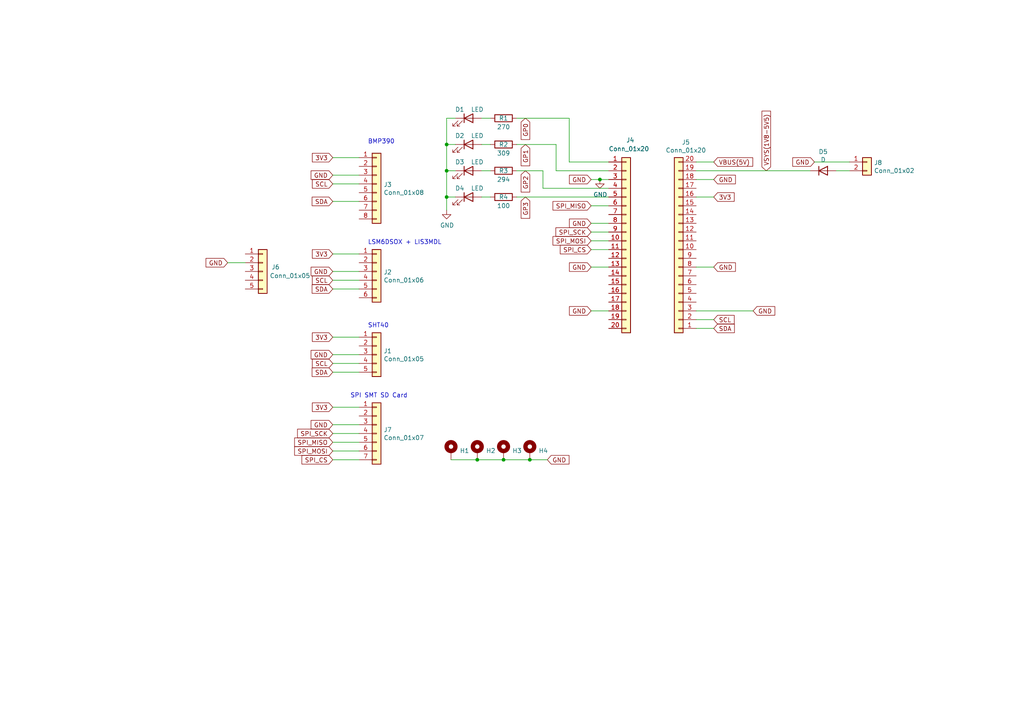
<source format=kicad_sch>
(kicad_sch (version 20211123) (generator eeschema)
  (paper "A4")
  (lib_symbols
    (symbol "Connector_Generic:Conn_01x02" (pin_names (offset 1.016) hide)
      (property "Reference" "J" (at 0 2.54 0))
      (property "Value" "Conn_01x02" (at 0 -5.08 0))
      (symbol "Conn_01x02_1_1"
        (rectangle (start -1.27 -2.413) (end 0 -2.667) (stroke (width 0.1524)))
        (rectangle (start -1.27 0.127) (end 0 -0.127) (stroke (width 0.1524)))
        (rectangle (start -1.27 1.27) (end 1.27 -3.81) (stroke (width 0.254)) (fill (type background)))
        (pin passive line (at -5.08 0 0) (length 3.81) (name "Pin_1") (number "1"))
        (pin passive line (at -5.08 -2.54 0) (length 3.81) (name "Pin_2") (number "2"))
      )
    )
    (symbol "Connector_Generic:Conn_01x05" (pin_names (offset 1.016) hide)
      (property "Reference" "J" (at 0 7.62 0))
      (property "Value" "Conn_01x05" (at 0 -7.62 0))
      (symbol "Conn_01x05_1_1"
        (rectangle (start -1.27 -4.953) (end 0 -5.207) (stroke (width 0.1524)))
        (rectangle (start -1.27 -2.413) (end 0 -2.667) (stroke (width 0.1524)))
        (rectangle (start -1.27 0.127) (end 0 -0.127) (stroke (width 0.1524)))
        (rectangle (start -1.27 2.667) (end 0 2.413) (stroke (width 0.1524)))
        (rectangle (start -1.27 5.207) (end 0 4.953) (stroke (width 0.1524)))
        (rectangle (start -1.27 6.35) (end 1.27 -6.35) (stroke (width 0.254)) (fill (type background)))
        (pin passive line (at -5.08 5.08 0) (length 3.81) (name "Pin_1") (number "1"))
        (pin passive line (at -5.08 2.54 0) (length 3.81) (name "Pin_2") (number "2"))
        (pin passive line (at -5.08 0 0) (length 3.81) (name "Pin_3") (number "3"))
        (pin passive line (at -5.08 -2.54 0) (length 3.81) (name "Pin_4") (number "4"))
        (pin passive line (at -5.08 -5.08 0) (length 3.81) (name "Pin_5") (number "5"))
      )
    )
    (symbol "Connector_Generic:Conn_01x06" (pin_names (offset 1.016) hide)
      (property "Reference" "J" (at 0 7.62 0))
      (property "Value" "Conn_01x06" (at 0 -10.16 0))
      (symbol "Conn_01x06_1_1"
        (rectangle (start -1.27 -7.493) (end 0 -7.747) (stroke (width 0.1524)))
        (rectangle (start -1.27 -4.953) (end 0 -5.207) (stroke (width 0.1524)))
        (rectangle (start -1.27 -2.413) (end 0 -2.667) (stroke (width 0.1524)))
        (rectangle (start -1.27 0.127) (end 0 -0.127) (stroke (width 0.1524)))
        (rectangle (start -1.27 2.667) (end 0 2.413) (stroke (width 0.1524)))
        (rectangle (start -1.27 5.207) (end 0 4.953) (stroke (width 0.1524)))
        (rectangle (start -1.27 6.35) (end 1.27 -8.89) (stroke (width 0.254)) (fill (type background)))
        (pin passive line (at -5.08 5.08 0) (length 3.81) (name "Pin_1") (number "1"))
        (pin passive line (at -5.08 2.54 0) (length 3.81) (name "Pin_2") (number "2"))
        (pin passive line (at -5.08 0 0) (length 3.81) (name "Pin_3") (number "3"))
        (pin passive line (at -5.08 -2.54 0) (length 3.81) (name "Pin_4") (number "4"))
        (pin passive line (at -5.08 -5.08 0) (length 3.81) (name "Pin_5") (number "5"))
        (pin passive line (at -5.08 -7.62 0) (length 3.81) (name "Pin_6") (number "6"))
      )
    )
    (symbol "Connector_Generic:Conn_01x07" (pin_names (offset 1.016) hide)
      (property "Reference" "J" (at 0 10.16 0))
      (property "Value" "Conn_01x07" (at 0 -10.16 0))
      (symbol "Conn_01x07_1_1"
        (rectangle (start -1.27 -7.493) (end 0 -7.747) (stroke (width 0.1524)))
        (rectangle (start -1.27 -4.953) (end 0 -5.207) (stroke (width 0.1524)))
        (rectangle (start -1.27 -2.413) (end 0 -2.667) (stroke (width 0.1524)))
        (rectangle (start -1.27 0.127) (end 0 -0.127) (stroke (width 0.1524)))
        (rectangle (start -1.27 2.667) (end 0 2.413) (stroke (width 0.1524)))
        (rectangle (start -1.27 5.207) (end 0 4.953) (stroke (width 0.1524)))
        (rectangle (start -1.27 7.747) (end 0 7.493) (stroke (width 0.1524)))
        (rectangle (start -1.27 8.89) (end 1.27 -8.89) (stroke (width 0.254)) (fill (type background)))
        (pin passive line (at -5.08 7.62 0) (length 3.81) (name "Pin_1") (number "1"))
        (pin passive line (at -5.08 5.08 0) (length 3.81) (name "Pin_2") (number "2"))
        (pin passive line (at -5.08 2.54 0) (length 3.81) (name "Pin_3") (number "3"))
        (pin passive line (at -5.08 0 0) (length 3.81) (name "Pin_4") (number "4"))
        (pin passive line (at -5.08 -2.54 0) (length 3.81) (name "Pin_5") (number "5"))
        (pin passive line (at -5.08 -5.08 0) (length 3.81) (name "Pin_6") (number "6"))
        (pin passive line (at -5.08 -7.62 0) (length 3.81) (name "Pin_7") (number "7"))
      )
    )
    (symbol "Connector_Generic:Conn_01x08" (pin_names (offset 1.016) hide)
      (property "Reference" "J" (at 0 10.16 0))
      (property "Value" "Conn_01x08" (at 0 -12.7 0))
      (symbol "Conn_01x08_1_1"
        (rectangle (start -1.27 -10.033) (end 0 -10.287) (stroke (width 0.1524)))
        (rectangle (start -1.27 -7.493) (end 0 -7.747) (stroke (width 0.1524)))
        (rectangle (start -1.27 -4.953) (end 0 -5.207) (stroke (width 0.1524)))
        (rectangle (start -1.27 -2.413) (end 0 -2.667) (stroke (width 0.1524)))
        (rectangle (start -1.27 0.127) (end 0 -0.127) (stroke (width 0.1524)))
        (rectangle (start -1.27 2.667) (end 0 2.413) (stroke (width 0.1524)))
        (rectangle (start -1.27 5.207) (end 0 4.953) (stroke (width 0.1524)))
        (rectangle (start -1.27 7.747) (end 0 7.493) (stroke (width 0.1524)))
        (rectangle (start -1.27 8.89) (end 1.27 -11.43) (stroke (width 0.254)) (fill (type background)))
        (pin passive line (at -5.08 7.62 0) (length 3.81) (name "Pin_1") (number "1"))
        (pin passive line (at -5.08 5.08 0) (length 3.81) (name "Pin_2") (number "2"))
        (pin passive line (at -5.08 2.54 0) (length 3.81) (name "Pin_3") (number "3"))
        (pin passive line (at -5.08 0 0) (length 3.81) (name "Pin_4") (number "4"))
        (pin passive line (at -5.08 -2.54 0) (length 3.81) (name "Pin_5") (number "5"))
        (pin passive line (at -5.08 -5.08 0) (length 3.81) (name "Pin_6") (number "6"))
        (pin passive line (at -5.08 -7.62 0) (length 3.81) (name "Pin_7") (number "7"))
        (pin passive line (at -5.08 -10.16 0) (length 3.81) (name "Pin_8") (number "8"))
      )
    )
    (symbol "Connector_Generic:Conn_01x20" (pin_names (offset 1.016) hide)
      (property "Reference" "J" (at 0 25.4 0))
      (property "Value" "Conn_01x20" (at 0 -27.94 0))
      (symbol "Conn_01x20_1_1"
        (rectangle (start -1.27 -25.273) (end 0 -25.527) (stroke (width 0.1524)))
        (rectangle (start -1.27 -22.733) (end 0 -22.987) (stroke (width 0.1524)))
        (rectangle (start -1.27 -20.193) (end 0 -20.447) (stroke (width 0.1524)))
        (rectangle (start -1.27 -17.653) (end 0 -17.907) (stroke (width 0.1524)))
        (rectangle (start -1.27 -15.113) (end 0 -15.367) (stroke (width 0.1524)))
        (rectangle (start -1.27 -12.573) (end 0 -12.827) (stroke (width 0.1524)))
        (rectangle (start -1.27 -10.033) (end 0 -10.287) (stroke (width 0.1524)))
        (rectangle (start -1.27 -7.493) (end 0 -7.747) (stroke (width 0.1524)))
        (rectangle (start -1.27 -4.953) (end 0 -5.207) (stroke (width 0.1524)))
        (rectangle (start -1.27 -2.413) (end 0 -2.667) (stroke (width 0.1524)))
        (rectangle (start -1.27 0.127) (end 0 -0.127) (stroke (width 0.1524)))
        (rectangle (start -1.27 2.667) (end 0 2.413) (stroke (width 0.1524)))
        (rectangle (start -1.27 5.207) (end 0 4.953) (stroke (width 0.1524)))
        (rectangle (start -1.27 7.747) (end 0 7.493) (stroke (width 0.1524)))
        (rectangle (start -1.27 10.287) (end 0 10.033) (stroke (width 0.1524)))
        (rectangle (start -1.27 12.827) (end 0 12.573) (stroke (width 0.1524)))
        (rectangle (start -1.27 15.367) (end 0 15.113) (stroke (width 0.1524)))
        (rectangle (start -1.27 17.907) (end 0 17.653) (stroke (width 0.1524)))
        (rectangle (start -1.27 20.447) (end 0 20.193) (stroke (width 0.1524)))
        (rectangle (start -1.27 22.987) (end 0 22.733) (stroke (width 0.1524)))
        (rectangle (start -1.27 24.13) (end 1.27 -26.67) (stroke (width 0.254)) (fill (type background)))
        (pin passive line (at -5.08 22.86 0) (length 3.81) (name "Pin_1") (number "1"))
        (pin passive line (at -5.08 0 0) (length 3.81) (name "Pin_10") (number "10"))
        (pin passive line (at -5.08 -2.54 0) (length 3.81) (name "Pin_11") (number "11"))
        (pin passive line (at -5.08 -5.08 0) (length 3.81) (name "Pin_12") (number "12"))
        (pin passive line (at -5.08 -7.62 0) (length 3.81) (name "Pin_13") (number "13"))
        (pin passive line (at -5.08 -10.16 0) (length 3.81) (name "Pin_14") (number "14"))
        (pin passive line (at -5.08 -12.7 0) (length 3.81) (name "Pin_15") (number "15"))
        (pin passive line (at -5.08 -15.24 0) (length 3.81) (name "Pin_16") (number "16"))
        (pin passive line (at -5.08 -17.78 0) (length 3.81) (name "Pin_17") (number "17"))
        (pin passive line (at -5.08 -20.32 0) (length 3.81) (name "Pin_18") (number "18"))
        (pin passive line (at -5.08 -22.86 0) (length 3.81) (name "Pin_19") (number "19"))
        (pin passive line (at -5.08 20.32 0) (length 3.81) (name "Pin_2") (number "2"))
        (pin passive line (at -5.08 -25.4 0) (length 3.81) (name "Pin_20") (number "20"))
        (pin passive line (at -5.08 17.78 0) (length 3.81) (name "Pin_3") (number "3"))
        (pin passive line (at -5.08 15.24 0) (length 3.81) (name "Pin_4") (number "4"))
        (pin passive line (at -5.08 12.7 0) (length 3.81) (name "Pin_5") (number "5"))
        (pin passive line (at -5.08 10.16 0) (length 3.81) (name "Pin_6") (number "6"))
        (pin passive line (at -5.08 7.62 0) (length 3.81) (name "Pin_7") (number "7"))
        (pin passive line (at -5.08 5.08 0) (length 3.81) (name "Pin_8") (number "8"))
        (pin passive line (at -5.08 2.54 0) (length 3.81) (name "Pin_9") (number "9"))
      )
    )
    (symbol "Device:D" (pin_numbers hide) (pin_names (offset 1.016) hide)
      (property "Reference" "D" (at 0 2.54 0))
      (property "Value" "D" (at 0 -2.54 0))
      (symbol "D_0_1"
        (polyline (pts (xy -1.27 1.27) (xy -1.27 -1.27)) (stroke (width 0.254)))
        (polyline (pts (xy 1.27 0) (xy -1.27 0)))
        (polyline (pts (xy 1.27 1.27) (xy 1.27 -1.27) (xy -1.27 0) (xy 1.27 1.27)) (stroke (width 0.254)))
      )
      (symbol "D_1_1"
        (pin passive line (at -3.81 0 0) (length 2.54) (name "K") (number "1"))
        (pin passive line (at 3.81 0 180) (length 2.54) (name "A") (number "2"))
      )
    )
    (symbol "Device:LED" (pin_numbers hide) (pin_names (offset 1.016) hide)
      (property "Reference" "D" (at 0 2.54 0))
      (property "Value" "LED" (at 0 -2.54 0))
      (symbol "LED_0_1"
        (polyline (pts (xy -1.27 -1.27) (xy -1.27 1.27)) (stroke (width 0.254)))
        (polyline (pts (xy -1.27 0) (xy 1.27 0)))
        (polyline (pts (xy 1.27 -1.27) (xy 1.27 1.27) (xy -1.27 0) (xy 1.27 -1.27)) (stroke (width 0.254)))
        (polyline (pts (xy -3.048 -0.762) (xy -4.572 -2.286) (xy -3.81 -2.286) (xy -4.572 -2.286) (xy -4.572 -1.524)))
        (polyline (pts (xy -1.778 -0.762) (xy -3.302 -2.286) (xy -2.54 -2.286) (xy -3.302 -2.286) (xy -3.302 -1.524)))
      )
      (symbol "LED_1_1"
        (pin passive line (at -3.81 0 0) (length 2.54) (name "K") (number "1"))
        (pin passive line (at 3.81 0 180) (length 2.54) (name "A") (number "2"))
      )
    )
    (symbol "Device:R" (pin_numbers hide) (pin_names (offset 0))
      (property "Reference" "R" (at 2.032 0 90))
      (property "Value" "R" (at 0 0 90))
      (symbol "R_0_1"
        (rectangle (start -1.016 -2.54) (end 1.016 2.54) (stroke (width 0.254)))
      )
      (symbol "R_1_1"
        (pin passive line (at 0 3.81 270) (length 1.27) (name "~") (number "1"))
        (pin passive line (at 0 -3.81 90) (length 1.27) (name "~") (number "2"))
      )
    )
    (symbol "Mechanical:MountingHole_Pad" (pin_numbers hide) (pin_names (offset 1.016) hide)
      (property "Reference" "H" (at 0 6.35 0))
      (property "Value" "MountingHole_Pad" (at 0 4.445 0))
      (symbol "MountingHole_Pad_0_1"
        (circle (center 0 1.27) (radius 1.27) (stroke (width 1.27)))
      )
      (symbol "MountingHole_Pad_1_1"
        (pin input line (at 0 -2.54 90) (length 2.54) (name "1") (number "1"))
      )
    )
    (symbol "power:GND" (power) (pin_names (offset 0))
      (property "Value" "GND" (at 0 -3.81 0))
      (symbol "GND_0_1"
        (polyline (pts (xy 0 0) (xy 0 -1.27) (xy 1.27 -1.27) (xy 0 -2.54) (xy -1.27 -1.27) (xy 0 -1.27)))
      )
      (symbol "GND_1_1"
        (pin power_in line (at 0 0 270) (length 0) hide (name "GND") (number "1"))
      )
    )
  )
  (junction (at 153.67 133.35))
  (junction (at 129.54 41.91))
  (junction (at 129.54 49.53))
  (junction (at 138.43 133.35))
  (junction (at 129.54 57.15))
  (junction (at 146.05 133.35))
  (junction (at 173.99 52.07))
  (wire (pts (xy 149.86 34.29) (xy 165.1 34.29)))
  (wire (pts (xy 161.29 41.91) (xy 149.86 41.91)))
  (wire (pts (xy 129.54 34.29) (xy 129.54 41.91)))
  (wire (pts (xy 246.38 49.53) (xy 242.57 49.53)))
  (wire (pts (xy 157.48 54.61) (xy 176.53 54.61)))
  (wire (pts (xy 142.24 34.29) (xy 139.7 34.29)))
  (wire (pts (xy 132.08 57.15) (xy 129.54 57.15)))
  (wire (pts (xy 104.14 58.42) (xy 96.52 58.42)))
  (wire (pts (xy 132.08 41.91) (xy 129.54 41.91)))
  (wire (pts (xy 96.52 105.41) (xy 104.14 105.41)))
  (wire (pts (xy 104.14 123.19) (xy 96.52 123.19)))
  (wire (pts (xy 207.01 46.99) (xy 201.93 46.99)))
  (wire (pts (xy 132.08 49.53) (xy 129.54 49.53)))
  (wire (pts (xy 201.93 90.17) (xy 218.44 90.17)))
  (wire (pts (xy 173.99 52.07) (xy 176.53 52.07)))
  (wire (pts (xy 176.53 69.85) (xy 171.45 69.85)))
  (wire (pts (xy 142.24 49.53) (xy 139.7 49.53)))
  (wire (pts (xy 171.45 90.17) (xy 176.53 90.17)))
  (wire (pts (xy 104.14 73.66) (xy 96.52 73.66)))
  (wire (pts (xy 104.14 107.95) (xy 96.52 107.95)))
  (wire (pts (xy 149.86 57.15) (xy 176.53 57.15)))
  (wire (pts (xy 165.1 46.99) (xy 176.53 46.99)))
  (wire (pts (xy 201.93 77.47) (xy 207.01 77.47)))
  (wire (pts (xy 104.14 45.72) (xy 96.52 45.72)))
  (wire (pts (xy 96.52 130.81) (xy 104.14 130.81)))
  (wire (pts (xy 132.08 34.29) (xy 129.54 34.29)))
  (wire (pts (xy 96.52 53.34) (xy 104.14 53.34)))
  (wire (pts (xy 71.12 76.2) (xy 66.04 76.2)))
  (wire (pts (xy 176.53 49.53) (xy 161.29 49.53)))
  (wire (pts (xy 142.24 57.15) (xy 139.7 57.15)))
  (wire (pts (xy 201.93 95.25) (xy 207.01 95.25)))
  (wire (pts (xy 176.53 59.69) (xy 171.45 59.69)))
  (wire (pts (xy 104.14 97.79) (xy 96.52 97.79)))
  (wire (pts (xy 129.54 57.15) (xy 129.54 60.96)))
  (wire (pts (xy 146.05 133.35) (xy 153.67 133.35)))
  (wire (pts (xy 138.43 133.35) (xy 146.05 133.35)))
  (wire (pts (xy 104.14 83.82) (xy 96.52 83.82)))
  (wire (pts (xy 207.01 92.71) (xy 201.93 92.71)))
  (wire (pts (xy 246.38 46.99) (xy 236.22 46.99)))
  (wire (pts (xy 157.48 49.53) (xy 149.86 49.53)))
  (wire (pts (xy 129.54 41.91) (xy 129.54 49.53)))
  (wire (pts (xy 153.67 133.35) (xy 158.75 133.35)))
  (wire (pts (xy 104.14 78.74) (xy 96.52 78.74)))
  (wire (pts (xy 104.14 133.35) (xy 96.52 133.35)))
  (wire (pts (xy 201.93 52.07) (xy 207.01 52.07)))
  (wire (pts (xy 171.45 67.31) (xy 176.53 67.31)))
  (wire (pts (xy 96.52 81.28) (xy 104.14 81.28)))
  (wire (pts (xy 96.52 125.73) (xy 104.14 125.73)))
  (wire (pts (xy 96.52 118.11) (xy 104.14 118.11)))
  (wire (pts (xy 171.45 64.77) (xy 176.53 64.77)))
  (wire (pts (xy 171.45 52.07) (xy 173.99 52.07)))
  (wire (pts (xy 165.1 34.29) (xy 165.1 46.99)))
  (wire (pts (xy 104.14 128.27) (xy 96.52 128.27)))
  (wire (pts (xy 130.81 133.35) (xy 138.43 133.35)))
  (wire (pts (xy 104.14 102.87) (xy 96.52 102.87)))
  (wire (pts (xy 129.54 49.53) (xy 129.54 57.15)))
  (wire (pts (xy 171.45 72.39) (xy 176.53 72.39)))
  (wire (pts (xy 171.45 77.47) (xy 176.53 77.47)))
  (wire (pts (xy 142.24 41.91) (xy 139.7 41.91)))
  (wire (pts (xy 161.29 49.53) (xy 161.29 41.91)))
  (wire (pts (xy 157.48 54.61) (xy 157.48 49.53)))
  (wire (pts (xy 201.93 57.15) (xy 207.01 57.15)))
  (wire (pts (xy 104.14 50.8) (xy 96.52 50.8)))
  (wire (pts (xy 201.93 49.53) (xy 234.95 49.53)))
  (text "SPI SMT SD Card" (at 101.6 115.57 0) (effects (font (size 1.27 1.27)) (justify left bottom)))
  (text "SHT40" (at 106.68 95.25 0) (effects (font (size 1.27 1.27)) (justify left bottom)))
  (text "BMP390" (at 106.68 41.91 0) (effects (font (size 1.27 1.27)) (justify left bottom)))
  (text "LSM6DSOX + LIS3MDL" (at 106.68 71.12 0) (effects (font (size 1.27 1.27)) (justify left bottom)))
  (global_label "GND" (shape input) (at 218.44 90.17 0) (property "Intersheet References" "${INTERSHEET_REFS}" (effects hide)))
  (global_label "3V3" (shape input) (at 96.52 118.11 180) (property "Intersheet References" "${INTERSHEET_REFS}" (effects hide)))
  (global_label "SCL" (shape input) (at 207.01 92.71 0) (property "Intersheet References" "${INTERSHEET_REFS}" (effects hide)))
  (global_label "VSYS(1V8-5V5)" (shape input) (at 222.25 49.53 90) (property "Intersheet References" "${INTERSHEET_REFS}" (effects hide)))
  (global_label "SDA" (shape input) (at 207.01 95.25 0) (property "Intersheet References" "${INTERSHEET_REFS}" (effects hide)))
  (global_label "3V3" (shape input) (at 96.52 97.79 180) (property "Intersheet References" "${INTERSHEET_REFS}" (effects hide)))
  (global_label "GND" (shape input) (at 207.01 77.47 0) (property "Intersheet References" "${INTERSHEET_REFS}" (effects hide)))
  (global_label "SPI_SCK" (shape input) (at 96.52 125.73 180) (property "Intersheet References" "${INTERSHEET_REFS}" (effects hide)))
  (global_label "GND" (shape input) (at 171.45 90.17 180) (property "Intersheet References" "${INTERSHEET_REFS}" (effects hide)))
  (global_label "GND" (shape input) (at 96.52 123.19 180) (property "Intersheet References" "${INTERSHEET_REFS}" (effects hide)))
  (global_label "GND" (shape input) (at 158.75 133.35 0) (property "Intersheet References" "${INTERSHEET_REFS}" (effects hide)))
  (global_label "GP1" (shape input) (at 152.4 41.91 270) (property "Intersheet References" "${INTERSHEET_REFS}" (effects hide)))
  (global_label "3V3" (shape input) (at 96.52 45.72 180) (property "Intersheet References" "${INTERSHEET_REFS}" (effects hide)))
  (global_label "SDA" (shape input) (at 96.52 58.42 180) (property "Intersheet References" "${INTERSHEET_REFS}" (effects hide)))
  (global_label "GP0" (shape input) (at 152.4 34.29 270) (property "Intersheet References" "${INTERSHEET_REFS}" (effects hide)))
  (global_label "GP2" (shape input) (at 152.4 49.53 270) (property "Intersheet References" "${INTERSHEET_REFS}" (effects hide)))
  (global_label "GND" (shape input) (at 96.52 50.8 180) (property "Intersheet References" "${INTERSHEET_REFS}" (effects hide)))
  (global_label "GND" (shape input) (at 171.45 52.07 180) (property "Intersheet References" "${INTERSHEET_REFS}" (effects hide)))
  (global_label "GND" (shape input) (at 207.01 52.07 0) (property "Intersheet References" "${INTERSHEET_REFS}" (effects hide)))
  (global_label "SPI_MOSI" (shape input) (at 96.52 130.81 180) (property "Intersheet References" "${INTERSHEET_REFS}" (effects hide)))
  (global_label "SDA" (shape input) (at 96.52 83.82 180) (property "Intersheet References" "${INTERSHEET_REFS}" (effects hide)))
  (global_label "VBUS(5V)" (shape input) (at 207.01 46.99 0) (property "Intersheet References" "${INTERSHEET_REFS}" (effects hide)))
  (global_label "SPI_MOSI" (shape input) (at 171.45 69.85 180) (property "Intersheet References" "${INTERSHEET_REFS}" (effects hide)))
  (global_label "GP3" (shape input) (at 152.4 57.15 270) (property "Intersheet References" "${INTERSHEET_REFS}" (effects hide)))
  (global_label "GND" (shape input) (at 96.52 78.74 180) (property "Intersheet References" "${INTERSHEET_REFS}" (effects hide)))
  (global_label "3V3" (shape input) (at 207.01 57.15 0) (property "Intersheet References" "${INTERSHEET_REFS}" (effects hide)))
  (global_label "SPI_MISO" (shape input) (at 96.52 128.27 180) (property "Intersheet References" "${INTERSHEET_REFS}" (effects hide)))
  (global_label "SPI_CS" (shape input) (at 171.45 72.39 180) (property "Intersheet References" "${INTERSHEET_REFS}" (effects hide)))
  (global_label "SCL" (shape input) (at 96.52 53.34 180) (property "Intersheet References" "${INTERSHEET_REFS}" (effects hide)))
  (global_label "3V3" (shape input) (at 96.52 73.66 180) (property "Intersheet References" "${INTERSHEET_REFS}" (effects hide)))
  (global_label "SPI_MISO" (shape input) (at 171.45 59.69 180) (property "Intersheet References" "${INTERSHEET_REFS}" (effects hide)))
  (global_label "SCL" (shape input) (at 96.52 81.28 180) (property "Intersheet References" "${INTERSHEET_REFS}" (effects hide)))
  (global_label "GND" (shape input) (at 96.52 102.87 180) (property "Intersheet References" "${INTERSHEET_REFS}" (effects hide)))
  (global_label "GND" (shape input) (at 171.45 64.77 180) (property "Intersheet References" "${INTERSHEET_REFS}" (effects hide)))
  (global_label "SCL" (shape input) (at 96.52 105.41 180) (property "Intersheet References" "${INTERSHEET_REFS}" (effects hide)))
  (global_label "GND" (shape input) (at 66.04 76.2 180) (property "Intersheet References" "${INTERSHEET_REFS}" (effects hide)))
  (global_label "GND" (shape input) (at 171.45 77.47 180) (property "Intersheet References" "${INTERSHEET_REFS}" (effects hide)))
  (global_label "SDA" (shape input) (at 96.52 107.95 180) (property "Intersheet References" "${INTERSHEET_REFS}" (effects hide)))
  (global_label "SPI_SCK" (shape input) (at 171.45 67.31 180) (property "Intersheet References" "${INTERSHEET_REFS}" (effects hide)))
  (global_label "GND" (shape input) (at 236.22 46.99 180) (property "Intersheet References" "${INTERSHEET_REFS}" (effects hide)))
  (global_label "SPI_CS" (shape input) (at 96.52 133.35 180) (property "Intersheet References" "${INTERSHEET_REFS}" (effects hide)))
  (symbol (lib_id "Connector_Generic:Conn_01x05") (at 109.22 102.87 0) (unit 1)
    (property "Reference" "J1" (at 111.252 101.8032 0) (effects (justify left)))
    (property "Value" "Conn_01x05" (at 111.252 104.1146 0) (effects (justify left)))
    (property "Footprint" "Connector_PinHeader_2.54mm:PinHeader_1x05_P2.54mm_Vertical" (effects hide))
  )
  (symbol (lib_id "Connector_Generic:Conn_01x06") (at 109.22 78.74 0) (unit 1)
    (property "Reference" "J2" (at 111.252 78.9432 0) (effects (justify left)))
    (property "Value" "Conn_01x06" (at 111.252 81.2546 0) (effects (justify left)))
    (property "Footprint" "Connector_PinHeader_2.54mm:PinHeader_1x06_P2.54mm_Vertical" (effects hide))
  )
  (symbol (lib_id "Connector_Generic:Conn_01x08") (at 109.22 53.34 0) (unit 1)
    (property "Reference" "J3" (at 111.252 53.5432 0) (effects (justify left)))
    (property "Value" "Conn_01x08" (at 111.252 55.8546 0) (effects (justify left)))
    (property "Footprint" "Connector_PinHeader_2.54mm:PinHeader_1x08_P2.54mm_Vertical" (effects hide))
  )
  (symbol (lib_id "Connector_Generic:Conn_01x20") (at 181.61 69.85 0) (unit 1)
    (property "Reference" "J4" (at 181.61 40.64 0) (effects (justify left)))
    (property "Value" "Conn_01x20" (at 176.53 43.18 0) (effects (justify left)))
    (property "Footprint" "Connector_PinHeader_2.54mm:PinHeader_1x20_P2.54mm_Vertical" (effects hide))
  )
  (symbol (lib_id "Connector_Generic:Conn_01x20") (at 196.85 72.39 180) (unit 1)
    (property "Reference" "J5" (at 198.9328 41.275 0))
    (property "Value" "Conn_01x20" (at 198.9328 43.5864 0))
    (property "Footprint" "Connector_PinHeader_2.54mm:PinHeader_1x20_P2.54mm_Vertical" (effects hide))
  )
  (symbol (lib_id "Device:R") (at 146.05 49.53 270) (unit 1)
    (property "Reference" "R3" (at 146.05 49.53 90))
    (property "Value" "294" (at 146.05 52.07 90))
    (property "Footprint" "Resistor_SMD:R_0603_1608Metric" (effects hide))
    (property "PNUM" "RMCF0603FT294R" (effects hide))
  )
  (symbol (lib_id "Device:R") (at 146.05 41.91 270) (unit 1)
    (property "Reference" "R2" (at 146.05 41.91 90))
    (property "Value" "309" (at 146.05 44.45 90))
    (property "Footprint" "Resistor_SMD:R_0603_1608Metric" (effects hide))
    (property "PNUM" "850-RMCF0603FT309RCT-ND" (effects hide))
  )
  (symbol (lib_id "Device:R") (at 146.05 34.29 270) (unit 1)
    (property "Reference" "R1" (at 146.05 34.29 90))
    (property "Value" "270" (at 146.05 36.83 90))
    (property "Footprint" "Resistor_SMD:R_0603_1608Metric" (effects hide))
    (property "PNUM" "RMCF0603FT270R" (effects hide))
  )
  (symbol (lib_id "power:GND") (at 129.54 60.96 0) (unit 1)
    (property "Reference" "#PWR0103" (effects hide))
    (property "Value" "GND" (at 129.667 65.3542 0))
  )
  (symbol (lib_id "power:GND") (at 173.99 52.07 0) (unit 1)
    (property "Reference" "#PWR0109" (effects hide))
    (property "Value" "GND" (at 174.117 56.4642 0))
  )
  (symbol (lib_id "Connector_Generic:Conn_01x07") (at 109.22 125.73 0) (unit 1)
    (property "Reference" "J7" (at 111.252 124.6632 0) (effects (justify left)))
    (property "Value" "Conn_01x07" (at 111.252 126.9746 0) (effects (justify left)))
    (property "Footprint" "Connector_PinHeader_2.54mm:PinHeader_1x07_P2.54mm_Vertical" (effects hide))
  )
  (symbol (lib_id "Device:LED") (at 135.89 49.53 0) (unit 1)
    (property "Reference" "D3" (at 133.35 46.99 0))
    (property "Value" "LED" (at 138.43 46.99 0))
    (property "Footprint" "LED_SMD:LED_0603_1608Metric" (effects hide))
    (property "PNUM" "QBLP601-Y5" (effects hide))
  )
  (symbol (lib_id "Device:LED") (at 135.89 41.91 0) (unit 1)
    (property "Reference" "D2" (at 133.35 39.37 0))
    (property "Value" "LED" (at 138.43 39.37 0))
    (property "Footprint" "LED_SMD:LED_0603_1608Metric" (effects hide))
    (property "PNUM" "QBLP601-R5" (effects hide))
  )
  (symbol (lib_id "Device:LED") (at 135.89 34.29 0) (unit 1)
    (property "Reference" "D1" (at 133.35 31.75 0))
    (property "Value" "LED" (at 138.43 31.75 0))
    (property "Footprint" "LED_SMD:LED_0603_1608Metric" (effects hide))
    (property "PNUM" "QBLP601-AG15" (effects hide))
  )
  (symbol (lib_id "Connector_Generic:Conn_01x05") (at 76.2 78.74 0) (unit 1)
    (property "Reference" "J6" (at 78.74 77.47 0) (effects (justify left)))
    (property "Value" "Conn_01x05" (at 78.232 79.9846 0) (effects (justify left)))
    (property "Footprint" "Connector_PinHeader_2.54mm:PinHeader_1x05_P2.54mm_Vertical" (effects hide))
  )
  (symbol (lib_id "Device:LED") (at 135.89 57.15 0) (unit 1)
    (property "Reference" "D4" (at 133.35 54.61 0))
    (property "Value" "LED" (at 138.43 54.61 0))
    (property "Footprint" "LED_SMD:LED_0603_1608Metric" (effects hide))
    (property "PNUM" "LTST-C193TBKT-5A" (effects hide))
  )
  (symbol (lib_id "Device:R") (at 146.05 57.15 270) (unit 1)
    (property "Reference" "R4" (at 146.05 57.15 90))
    (property "Value" "100" (at 146.05 59.69 90))
    (property "Footprint" "Resistor_SMD:R_0603_1608Metric" (effects hide))
    (property "PNUM" "RMCF0603FT100R" (effects hide))
  )
  (symbol (lib_id "Connector_Generic:Conn_01x02") (at 251.46 46.99 0) (unit 1)
    (property "Reference" "J8" (at 253.492 47.1932 0) (effects (justify left)))
    (property "Value" "Conn_01x02" (at 253.492 49.5046 0) (effects (justify left)))
    (property "Footprint" "Connector_JST:JST_PH_S2B-PH-SM4-TB_1x02-1MP_P2.00mm_Horizontal" (effects hide))
  )
  (symbol (lib_id "Device:D") (at 238.76 49.53 0) (unit 1)
    (property "Reference" "D5" (at 238.76 44.0182 0))
    (property "Value" "D" (at 238.76 46.3296 0))
    (property "Footprint" "Diode_SMD:D_SOD-123F" (effects hide))
    (property "PNUM" "PMEG2005EH,115" (effects hide))
  )
  (symbol (lib_id "Mechanical:MountingHole_Pad") (at 130.81 130.81 0) (unit 1)
    (property "Reference" "H1" (at 133.35 130.7338 0) (effects (justify left)))
    (property "Value" "MountingHole_Pad" (effects hide))
    (property "Footprint" "MountingHole:MountingHole_2.5mm_Pad" (effects hide))
  )
  (symbol (lib_id "Mechanical:MountingHole_Pad") (at 138.43 130.81 0) (unit 1)
    (property "Reference" "H2" (at 140.97 130.7338 0) (effects (justify left)))
    (property "Value" "MountingHole_Pad" (effects hide))
    (property "Footprint" "MountingHole:MountingHole_2.5mm_Pad" (effects hide))
  )
  (symbol (lib_id "Mechanical:MountingHole_Pad") (at 146.05 130.81 0) (unit 1)
    (property "Reference" "H3" (at 148.59 130.7338 0) (effects (justify left)))
    (property "Value" "MountingHole_Pad" (effects hide))
    (property "Footprint" "MountingHole:MountingHole_2.5mm_Pad" (effects hide))
  )
  (symbol (lib_id "Mechanical:MountingHole_Pad") (at 153.67 130.81 0) (unit 1)
    (property "Reference" "H4" (at 156.21 130.7338 0) (effects (justify left)))
    (property "Value" "MountingHole_Pad" (effects hide))
    (property "Footprint" "MountingHole:MountingHole_2.5mm_Pad" (effects hide))
  )
)
</source>
